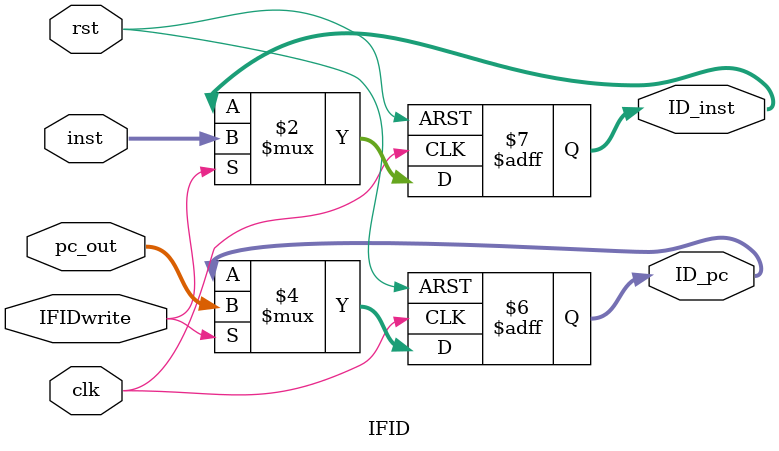
<source format=sv>
module IFID(clk,rst,pc_out,inst,IFIDwrite,ID_pc,ID_inst);
    input clk,rst;
    input [31:0] pc_out,inst;
    input IFIDwrite;
    output logic [31:0] ID_pc,ID_inst;

    always @(posedge clk or posedge rst) begin
        if(rst) begin
            ID_pc<=0;
            ID_inst<=0;
        end
        else begin
            if(IFIDwrite) begin
                ID_pc<=pc_out;
                ID_inst<=inst;
            end
        end
    end
endmodule
</source>
